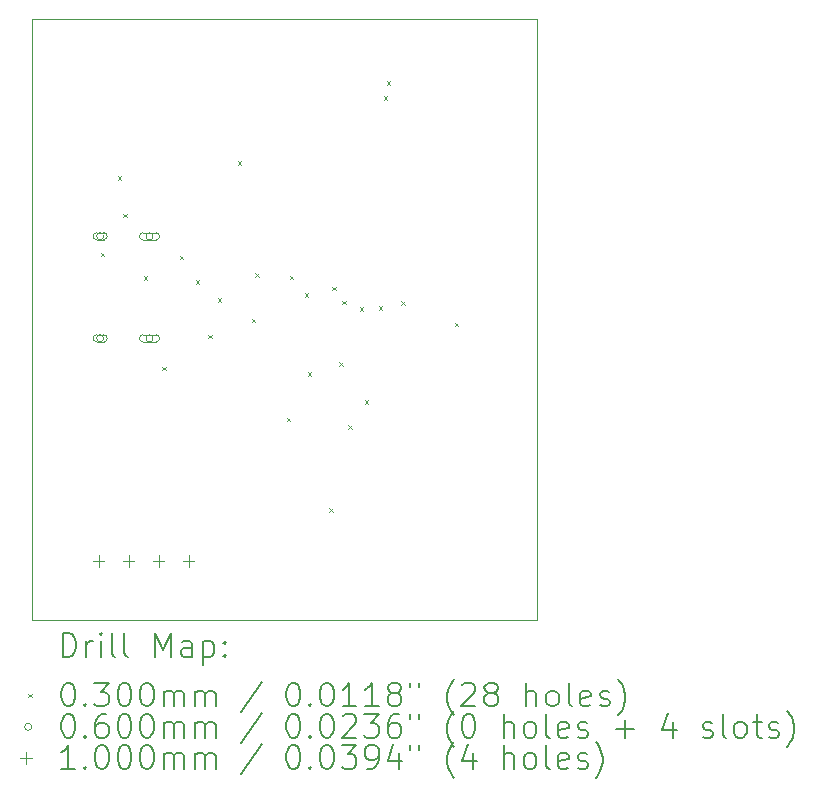
<source format=gbr>
%TF.GenerationSoftware,KiCad,Pcbnew,8.0.6*%
%TF.CreationDate,2025-05-13T17:33:18-04:00*%
%TF.ProjectId,USB-Voltage-Tester,5553422d-566f-46c7-9461-67652d546573,rev?*%
%TF.SameCoordinates,Original*%
%TF.FileFunction,Drillmap*%
%TF.FilePolarity,Positive*%
%FSLAX45Y45*%
G04 Gerber Fmt 4.5, Leading zero omitted, Abs format (unit mm)*
G04 Created by KiCad (PCBNEW 8.0.6) date 2025-05-13 17:33:18*
%MOMM*%
%LPD*%
G01*
G04 APERTURE LIST*
%ADD10C,0.050000*%
%ADD11C,0.200000*%
%ADD12C,0.100000*%
G04 APERTURE END LIST*
D10*
X2189480Y-2651760D02*
X6464300Y-2651760D01*
X6464300Y-7734300D01*
X2189480Y-7734300D01*
X2189480Y-2651760D01*
D11*
D12*
X2768840Y-4625580D02*
X2798840Y-4655580D01*
X2798840Y-4625580D02*
X2768840Y-4655580D01*
X2916160Y-3977880D02*
X2946160Y-4007880D01*
X2946160Y-3977880D02*
X2916160Y-4007880D01*
X2961880Y-4297920D02*
X2991880Y-4327920D01*
X2991880Y-4297920D02*
X2961880Y-4327920D01*
X3134600Y-4826240D02*
X3164600Y-4856240D01*
X3164600Y-4826240D02*
X3134600Y-4856240D01*
X3292080Y-5590780D02*
X3322080Y-5620780D01*
X3322080Y-5590780D02*
X3292080Y-5620780D01*
X3439400Y-4653520D02*
X3469400Y-4683520D01*
X3469400Y-4653520D02*
X3439400Y-4683520D01*
X3574020Y-4861800D02*
X3604020Y-4891800D01*
X3604020Y-4861800D02*
X3574020Y-4891800D01*
X3680700Y-5321540D02*
X3710700Y-5351540D01*
X3710700Y-5321540D02*
X3680700Y-5351540D01*
X3759440Y-5014200D02*
X3789440Y-5044200D01*
X3789440Y-5014200D02*
X3759440Y-5044200D01*
X3932160Y-3853420D02*
X3962160Y-3883420D01*
X3962160Y-3853420D02*
X3932160Y-3883420D01*
X4049000Y-5184380D02*
X4079000Y-5214380D01*
X4079000Y-5184380D02*
X4049000Y-5214380D01*
X4079480Y-4800840D02*
X4109480Y-4830840D01*
X4109480Y-4800840D02*
X4079480Y-4830840D01*
X4343640Y-6022580D02*
X4373640Y-6052580D01*
X4373640Y-6022580D02*
X4343640Y-6052580D01*
X4369040Y-4820290D02*
X4399040Y-4850290D01*
X4399040Y-4820290D02*
X4369040Y-4850290D01*
X4496040Y-4968480D02*
X4526040Y-4998480D01*
X4526040Y-4968480D02*
X4496040Y-4998480D01*
X4523980Y-5639040D02*
X4553980Y-5669040D01*
X4553980Y-5639040D02*
X4523980Y-5669040D01*
X4706860Y-6789660D02*
X4736860Y-6819660D01*
X4736860Y-6789660D02*
X4706860Y-6819660D01*
X4729227Y-4913094D02*
X4759227Y-4943094D01*
X4759227Y-4913094D02*
X4729227Y-4943094D01*
X4790680Y-5555220D02*
X4820680Y-5585220D01*
X4820680Y-5555220D02*
X4790680Y-5585220D01*
X4816080Y-5031980D02*
X4846080Y-5061980D01*
X4846080Y-5031980D02*
X4816080Y-5061980D01*
X4866880Y-6086080D02*
X4896880Y-6116080D01*
X4896880Y-6086080D02*
X4866880Y-6116080D01*
X4963323Y-5087937D02*
X4993323Y-5117937D01*
X4993323Y-5087937D02*
X4963323Y-5117937D01*
X5006580Y-5877800D02*
X5036580Y-5907800D01*
X5036580Y-5877800D02*
X5006580Y-5907800D01*
X5123106Y-5078014D02*
X5153106Y-5108014D01*
X5153106Y-5078014D02*
X5123106Y-5108014D01*
X5166600Y-3299700D02*
X5196600Y-3329700D01*
X5196600Y-3299700D02*
X5166600Y-3329700D01*
X5192000Y-3175240D02*
X5222000Y-3205240D01*
X5222000Y-3175240D02*
X5192000Y-3205240D01*
X5313920Y-5037060D02*
X5343920Y-5067060D01*
X5343920Y-5037060D02*
X5313920Y-5067060D01*
X5768580Y-5219940D02*
X5798580Y-5249940D01*
X5798580Y-5219940D02*
X5768580Y-5249940D01*
X2795840Y-4486780D02*
G75*
G02*
X2735840Y-4486780I-30000J0D01*
G01*
X2735840Y-4486780D02*
G75*
G02*
X2795840Y-4486780I30000J0D01*
G01*
X2795840Y-4456780D02*
X2735840Y-4456780D01*
X2735840Y-4516780D02*
G75*
G02*
X2735840Y-4456780I0J30000D01*
G01*
X2735840Y-4516780D02*
X2795840Y-4516780D01*
X2795840Y-4516780D02*
G75*
G03*
X2795840Y-4456780I0J30000D01*
G01*
X2795840Y-5350780D02*
G75*
G02*
X2735840Y-5350780I-30000J0D01*
G01*
X2735840Y-5350780D02*
G75*
G02*
X2795840Y-5350780I30000J0D01*
G01*
X2795840Y-5320780D02*
X2735840Y-5320780D01*
X2735840Y-5380780D02*
G75*
G02*
X2735840Y-5320780I0J30000D01*
G01*
X2735840Y-5380780D02*
X2795840Y-5380780D01*
X2795840Y-5380780D02*
G75*
G03*
X2795840Y-5320780I0J30000D01*
G01*
X3213840Y-4486780D02*
G75*
G02*
X3153840Y-4486780I-30000J0D01*
G01*
X3153840Y-4486780D02*
G75*
G02*
X3213840Y-4486780I30000J0D01*
G01*
X3238840Y-4456780D02*
X3128840Y-4456780D01*
X3128840Y-4516780D02*
G75*
G02*
X3128840Y-4456780I0J30000D01*
G01*
X3128840Y-4516780D02*
X3238840Y-4516780D01*
X3238840Y-4516780D02*
G75*
G03*
X3238840Y-4456780I0J30000D01*
G01*
X3213840Y-5350780D02*
G75*
G02*
X3153840Y-5350780I-30000J0D01*
G01*
X3153840Y-5350780D02*
G75*
G02*
X3213840Y-5350780I30000J0D01*
G01*
X3238840Y-5320780D02*
X3128840Y-5320780D01*
X3128840Y-5380780D02*
G75*
G02*
X3128840Y-5320780I0J30000D01*
G01*
X3128840Y-5380780D02*
X3238840Y-5380780D01*
X3238840Y-5380780D02*
G75*
G03*
X3238840Y-5320780I0J30000D01*
G01*
X2751820Y-7183920D02*
X2751820Y-7283920D01*
X2701820Y-7233920D02*
X2801820Y-7233920D01*
X3005820Y-7183920D02*
X3005820Y-7283920D01*
X2955820Y-7233920D02*
X3055820Y-7233920D01*
X3259820Y-7183920D02*
X3259820Y-7283920D01*
X3209820Y-7233920D02*
X3309820Y-7233920D01*
X3513820Y-7183920D02*
X3513820Y-7283920D01*
X3463820Y-7233920D02*
X3563820Y-7233920D01*
D11*
X2447757Y-8048284D02*
X2447757Y-7848284D01*
X2447757Y-7848284D02*
X2495376Y-7848284D01*
X2495376Y-7848284D02*
X2523947Y-7857808D01*
X2523947Y-7857808D02*
X2542995Y-7876855D01*
X2542995Y-7876855D02*
X2552519Y-7895903D01*
X2552519Y-7895903D02*
X2562043Y-7933998D01*
X2562043Y-7933998D02*
X2562043Y-7962569D01*
X2562043Y-7962569D02*
X2552519Y-8000665D01*
X2552519Y-8000665D02*
X2542995Y-8019712D01*
X2542995Y-8019712D02*
X2523947Y-8038760D01*
X2523947Y-8038760D02*
X2495376Y-8048284D01*
X2495376Y-8048284D02*
X2447757Y-8048284D01*
X2647757Y-8048284D02*
X2647757Y-7914950D01*
X2647757Y-7953046D02*
X2657281Y-7933998D01*
X2657281Y-7933998D02*
X2666804Y-7924474D01*
X2666804Y-7924474D02*
X2685852Y-7914950D01*
X2685852Y-7914950D02*
X2704900Y-7914950D01*
X2771566Y-8048284D02*
X2771566Y-7914950D01*
X2771566Y-7848284D02*
X2762043Y-7857808D01*
X2762043Y-7857808D02*
X2771566Y-7867331D01*
X2771566Y-7867331D02*
X2781090Y-7857808D01*
X2781090Y-7857808D02*
X2771566Y-7848284D01*
X2771566Y-7848284D02*
X2771566Y-7867331D01*
X2895376Y-8048284D02*
X2876328Y-8038760D01*
X2876328Y-8038760D02*
X2866804Y-8019712D01*
X2866804Y-8019712D02*
X2866804Y-7848284D01*
X3000138Y-8048284D02*
X2981090Y-8038760D01*
X2981090Y-8038760D02*
X2971566Y-8019712D01*
X2971566Y-8019712D02*
X2971566Y-7848284D01*
X3228709Y-8048284D02*
X3228709Y-7848284D01*
X3228709Y-7848284D02*
X3295376Y-7991141D01*
X3295376Y-7991141D02*
X3362042Y-7848284D01*
X3362042Y-7848284D02*
X3362042Y-8048284D01*
X3542995Y-8048284D02*
X3542995Y-7943522D01*
X3542995Y-7943522D02*
X3533471Y-7924474D01*
X3533471Y-7924474D02*
X3514423Y-7914950D01*
X3514423Y-7914950D02*
X3476328Y-7914950D01*
X3476328Y-7914950D02*
X3457281Y-7924474D01*
X3542995Y-8038760D02*
X3523947Y-8048284D01*
X3523947Y-8048284D02*
X3476328Y-8048284D01*
X3476328Y-8048284D02*
X3457281Y-8038760D01*
X3457281Y-8038760D02*
X3447757Y-8019712D01*
X3447757Y-8019712D02*
X3447757Y-8000665D01*
X3447757Y-8000665D02*
X3457281Y-7981617D01*
X3457281Y-7981617D02*
X3476328Y-7972093D01*
X3476328Y-7972093D02*
X3523947Y-7972093D01*
X3523947Y-7972093D02*
X3542995Y-7962569D01*
X3638233Y-7914950D02*
X3638233Y-8114950D01*
X3638233Y-7924474D02*
X3657281Y-7914950D01*
X3657281Y-7914950D02*
X3695376Y-7914950D01*
X3695376Y-7914950D02*
X3714423Y-7924474D01*
X3714423Y-7924474D02*
X3723947Y-7933998D01*
X3723947Y-7933998D02*
X3733471Y-7953046D01*
X3733471Y-7953046D02*
X3733471Y-8010188D01*
X3733471Y-8010188D02*
X3723947Y-8029236D01*
X3723947Y-8029236D02*
X3714423Y-8038760D01*
X3714423Y-8038760D02*
X3695376Y-8048284D01*
X3695376Y-8048284D02*
X3657281Y-8048284D01*
X3657281Y-8048284D02*
X3638233Y-8038760D01*
X3819185Y-8029236D02*
X3828709Y-8038760D01*
X3828709Y-8038760D02*
X3819185Y-8048284D01*
X3819185Y-8048284D02*
X3809662Y-8038760D01*
X3809662Y-8038760D02*
X3819185Y-8029236D01*
X3819185Y-8029236D02*
X3819185Y-8048284D01*
X3819185Y-7924474D02*
X3828709Y-7933998D01*
X3828709Y-7933998D02*
X3819185Y-7943522D01*
X3819185Y-7943522D02*
X3809662Y-7933998D01*
X3809662Y-7933998D02*
X3819185Y-7924474D01*
X3819185Y-7924474D02*
X3819185Y-7943522D01*
D12*
X2156980Y-8361800D02*
X2186980Y-8391800D01*
X2186980Y-8361800D02*
X2156980Y-8391800D01*
D11*
X2485852Y-8268284D02*
X2504900Y-8268284D01*
X2504900Y-8268284D02*
X2523947Y-8277808D01*
X2523947Y-8277808D02*
X2533471Y-8287331D01*
X2533471Y-8287331D02*
X2542995Y-8306379D01*
X2542995Y-8306379D02*
X2552519Y-8344474D01*
X2552519Y-8344474D02*
X2552519Y-8392093D01*
X2552519Y-8392093D02*
X2542995Y-8430189D01*
X2542995Y-8430189D02*
X2533471Y-8449236D01*
X2533471Y-8449236D02*
X2523947Y-8458760D01*
X2523947Y-8458760D02*
X2504900Y-8468284D01*
X2504900Y-8468284D02*
X2485852Y-8468284D01*
X2485852Y-8468284D02*
X2466804Y-8458760D01*
X2466804Y-8458760D02*
X2457281Y-8449236D01*
X2457281Y-8449236D02*
X2447757Y-8430189D01*
X2447757Y-8430189D02*
X2438233Y-8392093D01*
X2438233Y-8392093D02*
X2438233Y-8344474D01*
X2438233Y-8344474D02*
X2447757Y-8306379D01*
X2447757Y-8306379D02*
X2457281Y-8287331D01*
X2457281Y-8287331D02*
X2466804Y-8277808D01*
X2466804Y-8277808D02*
X2485852Y-8268284D01*
X2638233Y-8449236D02*
X2647757Y-8458760D01*
X2647757Y-8458760D02*
X2638233Y-8468284D01*
X2638233Y-8468284D02*
X2628709Y-8458760D01*
X2628709Y-8458760D02*
X2638233Y-8449236D01*
X2638233Y-8449236D02*
X2638233Y-8468284D01*
X2714424Y-8268284D02*
X2838233Y-8268284D01*
X2838233Y-8268284D02*
X2771566Y-8344474D01*
X2771566Y-8344474D02*
X2800138Y-8344474D01*
X2800138Y-8344474D02*
X2819185Y-8353998D01*
X2819185Y-8353998D02*
X2828709Y-8363522D01*
X2828709Y-8363522D02*
X2838233Y-8382569D01*
X2838233Y-8382569D02*
X2838233Y-8430189D01*
X2838233Y-8430189D02*
X2828709Y-8449236D01*
X2828709Y-8449236D02*
X2819185Y-8458760D01*
X2819185Y-8458760D02*
X2800138Y-8468284D01*
X2800138Y-8468284D02*
X2742995Y-8468284D01*
X2742995Y-8468284D02*
X2723947Y-8458760D01*
X2723947Y-8458760D02*
X2714424Y-8449236D01*
X2962042Y-8268284D02*
X2981090Y-8268284D01*
X2981090Y-8268284D02*
X3000138Y-8277808D01*
X3000138Y-8277808D02*
X3009662Y-8287331D01*
X3009662Y-8287331D02*
X3019185Y-8306379D01*
X3019185Y-8306379D02*
X3028709Y-8344474D01*
X3028709Y-8344474D02*
X3028709Y-8392093D01*
X3028709Y-8392093D02*
X3019185Y-8430189D01*
X3019185Y-8430189D02*
X3009662Y-8449236D01*
X3009662Y-8449236D02*
X3000138Y-8458760D01*
X3000138Y-8458760D02*
X2981090Y-8468284D01*
X2981090Y-8468284D02*
X2962042Y-8468284D01*
X2962042Y-8468284D02*
X2942995Y-8458760D01*
X2942995Y-8458760D02*
X2933471Y-8449236D01*
X2933471Y-8449236D02*
X2923947Y-8430189D01*
X2923947Y-8430189D02*
X2914423Y-8392093D01*
X2914423Y-8392093D02*
X2914423Y-8344474D01*
X2914423Y-8344474D02*
X2923947Y-8306379D01*
X2923947Y-8306379D02*
X2933471Y-8287331D01*
X2933471Y-8287331D02*
X2942995Y-8277808D01*
X2942995Y-8277808D02*
X2962042Y-8268284D01*
X3152519Y-8268284D02*
X3171566Y-8268284D01*
X3171566Y-8268284D02*
X3190614Y-8277808D01*
X3190614Y-8277808D02*
X3200138Y-8287331D01*
X3200138Y-8287331D02*
X3209662Y-8306379D01*
X3209662Y-8306379D02*
X3219185Y-8344474D01*
X3219185Y-8344474D02*
X3219185Y-8392093D01*
X3219185Y-8392093D02*
X3209662Y-8430189D01*
X3209662Y-8430189D02*
X3200138Y-8449236D01*
X3200138Y-8449236D02*
X3190614Y-8458760D01*
X3190614Y-8458760D02*
X3171566Y-8468284D01*
X3171566Y-8468284D02*
X3152519Y-8468284D01*
X3152519Y-8468284D02*
X3133471Y-8458760D01*
X3133471Y-8458760D02*
X3123947Y-8449236D01*
X3123947Y-8449236D02*
X3114423Y-8430189D01*
X3114423Y-8430189D02*
X3104900Y-8392093D01*
X3104900Y-8392093D02*
X3104900Y-8344474D01*
X3104900Y-8344474D02*
X3114423Y-8306379D01*
X3114423Y-8306379D02*
X3123947Y-8287331D01*
X3123947Y-8287331D02*
X3133471Y-8277808D01*
X3133471Y-8277808D02*
X3152519Y-8268284D01*
X3304900Y-8468284D02*
X3304900Y-8334950D01*
X3304900Y-8353998D02*
X3314423Y-8344474D01*
X3314423Y-8344474D02*
X3333471Y-8334950D01*
X3333471Y-8334950D02*
X3362043Y-8334950D01*
X3362043Y-8334950D02*
X3381090Y-8344474D01*
X3381090Y-8344474D02*
X3390614Y-8363522D01*
X3390614Y-8363522D02*
X3390614Y-8468284D01*
X3390614Y-8363522D02*
X3400138Y-8344474D01*
X3400138Y-8344474D02*
X3419185Y-8334950D01*
X3419185Y-8334950D02*
X3447757Y-8334950D01*
X3447757Y-8334950D02*
X3466804Y-8344474D01*
X3466804Y-8344474D02*
X3476328Y-8363522D01*
X3476328Y-8363522D02*
X3476328Y-8468284D01*
X3571566Y-8468284D02*
X3571566Y-8334950D01*
X3571566Y-8353998D02*
X3581090Y-8344474D01*
X3581090Y-8344474D02*
X3600138Y-8334950D01*
X3600138Y-8334950D02*
X3628709Y-8334950D01*
X3628709Y-8334950D02*
X3647757Y-8344474D01*
X3647757Y-8344474D02*
X3657281Y-8363522D01*
X3657281Y-8363522D02*
X3657281Y-8468284D01*
X3657281Y-8363522D02*
X3666804Y-8344474D01*
X3666804Y-8344474D02*
X3685852Y-8334950D01*
X3685852Y-8334950D02*
X3714423Y-8334950D01*
X3714423Y-8334950D02*
X3733471Y-8344474D01*
X3733471Y-8344474D02*
X3742995Y-8363522D01*
X3742995Y-8363522D02*
X3742995Y-8468284D01*
X4133471Y-8258760D02*
X3962043Y-8515903D01*
X4390614Y-8268284D02*
X4409662Y-8268284D01*
X4409662Y-8268284D02*
X4428709Y-8277808D01*
X4428709Y-8277808D02*
X4438233Y-8287331D01*
X4438233Y-8287331D02*
X4447757Y-8306379D01*
X4447757Y-8306379D02*
X4457281Y-8344474D01*
X4457281Y-8344474D02*
X4457281Y-8392093D01*
X4457281Y-8392093D02*
X4447757Y-8430189D01*
X4447757Y-8430189D02*
X4438233Y-8449236D01*
X4438233Y-8449236D02*
X4428709Y-8458760D01*
X4428709Y-8458760D02*
X4409662Y-8468284D01*
X4409662Y-8468284D02*
X4390614Y-8468284D01*
X4390614Y-8468284D02*
X4371567Y-8458760D01*
X4371567Y-8458760D02*
X4362043Y-8449236D01*
X4362043Y-8449236D02*
X4352519Y-8430189D01*
X4352519Y-8430189D02*
X4342995Y-8392093D01*
X4342995Y-8392093D02*
X4342995Y-8344474D01*
X4342995Y-8344474D02*
X4352519Y-8306379D01*
X4352519Y-8306379D02*
X4362043Y-8287331D01*
X4362043Y-8287331D02*
X4371567Y-8277808D01*
X4371567Y-8277808D02*
X4390614Y-8268284D01*
X4542995Y-8449236D02*
X4552519Y-8458760D01*
X4552519Y-8458760D02*
X4542995Y-8468284D01*
X4542995Y-8468284D02*
X4533471Y-8458760D01*
X4533471Y-8458760D02*
X4542995Y-8449236D01*
X4542995Y-8449236D02*
X4542995Y-8468284D01*
X4676328Y-8268284D02*
X4695376Y-8268284D01*
X4695376Y-8268284D02*
X4714424Y-8277808D01*
X4714424Y-8277808D02*
X4723948Y-8287331D01*
X4723948Y-8287331D02*
X4733471Y-8306379D01*
X4733471Y-8306379D02*
X4742995Y-8344474D01*
X4742995Y-8344474D02*
X4742995Y-8392093D01*
X4742995Y-8392093D02*
X4733471Y-8430189D01*
X4733471Y-8430189D02*
X4723948Y-8449236D01*
X4723948Y-8449236D02*
X4714424Y-8458760D01*
X4714424Y-8458760D02*
X4695376Y-8468284D01*
X4695376Y-8468284D02*
X4676328Y-8468284D01*
X4676328Y-8468284D02*
X4657281Y-8458760D01*
X4657281Y-8458760D02*
X4647757Y-8449236D01*
X4647757Y-8449236D02*
X4638233Y-8430189D01*
X4638233Y-8430189D02*
X4628709Y-8392093D01*
X4628709Y-8392093D02*
X4628709Y-8344474D01*
X4628709Y-8344474D02*
X4638233Y-8306379D01*
X4638233Y-8306379D02*
X4647757Y-8287331D01*
X4647757Y-8287331D02*
X4657281Y-8277808D01*
X4657281Y-8277808D02*
X4676328Y-8268284D01*
X4933471Y-8468284D02*
X4819186Y-8468284D01*
X4876328Y-8468284D02*
X4876328Y-8268284D01*
X4876328Y-8268284D02*
X4857281Y-8296855D01*
X4857281Y-8296855D02*
X4838233Y-8315903D01*
X4838233Y-8315903D02*
X4819186Y-8325427D01*
X5123948Y-8468284D02*
X5009662Y-8468284D01*
X5066805Y-8468284D02*
X5066805Y-8268284D01*
X5066805Y-8268284D02*
X5047757Y-8296855D01*
X5047757Y-8296855D02*
X5028709Y-8315903D01*
X5028709Y-8315903D02*
X5009662Y-8325427D01*
X5238233Y-8353998D02*
X5219186Y-8344474D01*
X5219186Y-8344474D02*
X5209662Y-8334950D01*
X5209662Y-8334950D02*
X5200138Y-8315903D01*
X5200138Y-8315903D02*
X5200138Y-8306379D01*
X5200138Y-8306379D02*
X5209662Y-8287331D01*
X5209662Y-8287331D02*
X5219186Y-8277808D01*
X5219186Y-8277808D02*
X5238233Y-8268284D01*
X5238233Y-8268284D02*
X5276329Y-8268284D01*
X5276329Y-8268284D02*
X5295376Y-8277808D01*
X5295376Y-8277808D02*
X5304900Y-8287331D01*
X5304900Y-8287331D02*
X5314424Y-8306379D01*
X5314424Y-8306379D02*
X5314424Y-8315903D01*
X5314424Y-8315903D02*
X5304900Y-8334950D01*
X5304900Y-8334950D02*
X5295376Y-8344474D01*
X5295376Y-8344474D02*
X5276329Y-8353998D01*
X5276329Y-8353998D02*
X5238233Y-8353998D01*
X5238233Y-8353998D02*
X5219186Y-8363522D01*
X5219186Y-8363522D02*
X5209662Y-8373046D01*
X5209662Y-8373046D02*
X5200138Y-8392093D01*
X5200138Y-8392093D02*
X5200138Y-8430189D01*
X5200138Y-8430189D02*
X5209662Y-8449236D01*
X5209662Y-8449236D02*
X5219186Y-8458760D01*
X5219186Y-8458760D02*
X5238233Y-8468284D01*
X5238233Y-8468284D02*
X5276329Y-8468284D01*
X5276329Y-8468284D02*
X5295376Y-8458760D01*
X5295376Y-8458760D02*
X5304900Y-8449236D01*
X5304900Y-8449236D02*
X5314424Y-8430189D01*
X5314424Y-8430189D02*
X5314424Y-8392093D01*
X5314424Y-8392093D02*
X5304900Y-8373046D01*
X5304900Y-8373046D02*
X5295376Y-8363522D01*
X5295376Y-8363522D02*
X5276329Y-8353998D01*
X5390614Y-8268284D02*
X5390614Y-8306379D01*
X5466805Y-8268284D02*
X5466805Y-8306379D01*
X5762043Y-8544474D02*
X5752519Y-8534950D01*
X5752519Y-8534950D02*
X5733471Y-8506379D01*
X5733471Y-8506379D02*
X5723948Y-8487331D01*
X5723948Y-8487331D02*
X5714424Y-8458760D01*
X5714424Y-8458760D02*
X5704900Y-8411141D01*
X5704900Y-8411141D02*
X5704900Y-8373046D01*
X5704900Y-8373046D02*
X5714424Y-8325427D01*
X5714424Y-8325427D02*
X5723948Y-8296855D01*
X5723948Y-8296855D02*
X5733471Y-8277808D01*
X5733471Y-8277808D02*
X5752519Y-8249236D01*
X5752519Y-8249236D02*
X5762043Y-8239712D01*
X5828709Y-8287331D02*
X5838233Y-8277808D01*
X5838233Y-8277808D02*
X5857281Y-8268284D01*
X5857281Y-8268284D02*
X5904900Y-8268284D01*
X5904900Y-8268284D02*
X5923948Y-8277808D01*
X5923948Y-8277808D02*
X5933471Y-8287331D01*
X5933471Y-8287331D02*
X5942995Y-8306379D01*
X5942995Y-8306379D02*
X5942995Y-8325427D01*
X5942995Y-8325427D02*
X5933471Y-8353998D01*
X5933471Y-8353998D02*
X5819186Y-8468284D01*
X5819186Y-8468284D02*
X5942995Y-8468284D01*
X6057281Y-8353998D02*
X6038233Y-8344474D01*
X6038233Y-8344474D02*
X6028709Y-8334950D01*
X6028709Y-8334950D02*
X6019186Y-8315903D01*
X6019186Y-8315903D02*
X6019186Y-8306379D01*
X6019186Y-8306379D02*
X6028709Y-8287331D01*
X6028709Y-8287331D02*
X6038233Y-8277808D01*
X6038233Y-8277808D02*
X6057281Y-8268284D01*
X6057281Y-8268284D02*
X6095376Y-8268284D01*
X6095376Y-8268284D02*
X6114424Y-8277808D01*
X6114424Y-8277808D02*
X6123948Y-8287331D01*
X6123948Y-8287331D02*
X6133471Y-8306379D01*
X6133471Y-8306379D02*
X6133471Y-8315903D01*
X6133471Y-8315903D02*
X6123948Y-8334950D01*
X6123948Y-8334950D02*
X6114424Y-8344474D01*
X6114424Y-8344474D02*
X6095376Y-8353998D01*
X6095376Y-8353998D02*
X6057281Y-8353998D01*
X6057281Y-8353998D02*
X6038233Y-8363522D01*
X6038233Y-8363522D02*
X6028709Y-8373046D01*
X6028709Y-8373046D02*
X6019186Y-8392093D01*
X6019186Y-8392093D02*
X6019186Y-8430189D01*
X6019186Y-8430189D02*
X6028709Y-8449236D01*
X6028709Y-8449236D02*
X6038233Y-8458760D01*
X6038233Y-8458760D02*
X6057281Y-8468284D01*
X6057281Y-8468284D02*
X6095376Y-8468284D01*
X6095376Y-8468284D02*
X6114424Y-8458760D01*
X6114424Y-8458760D02*
X6123948Y-8449236D01*
X6123948Y-8449236D02*
X6133471Y-8430189D01*
X6133471Y-8430189D02*
X6133471Y-8392093D01*
X6133471Y-8392093D02*
X6123948Y-8373046D01*
X6123948Y-8373046D02*
X6114424Y-8363522D01*
X6114424Y-8363522D02*
X6095376Y-8353998D01*
X6371567Y-8468284D02*
X6371567Y-8268284D01*
X6457281Y-8468284D02*
X6457281Y-8363522D01*
X6457281Y-8363522D02*
X6447757Y-8344474D01*
X6447757Y-8344474D02*
X6428710Y-8334950D01*
X6428710Y-8334950D02*
X6400138Y-8334950D01*
X6400138Y-8334950D02*
X6381090Y-8344474D01*
X6381090Y-8344474D02*
X6371567Y-8353998D01*
X6581090Y-8468284D02*
X6562043Y-8458760D01*
X6562043Y-8458760D02*
X6552519Y-8449236D01*
X6552519Y-8449236D02*
X6542995Y-8430189D01*
X6542995Y-8430189D02*
X6542995Y-8373046D01*
X6542995Y-8373046D02*
X6552519Y-8353998D01*
X6552519Y-8353998D02*
X6562043Y-8344474D01*
X6562043Y-8344474D02*
X6581090Y-8334950D01*
X6581090Y-8334950D02*
X6609662Y-8334950D01*
X6609662Y-8334950D02*
X6628710Y-8344474D01*
X6628710Y-8344474D02*
X6638233Y-8353998D01*
X6638233Y-8353998D02*
X6647757Y-8373046D01*
X6647757Y-8373046D02*
X6647757Y-8430189D01*
X6647757Y-8430189D02*
X6638233Y-8449236D01*
X6638233Y-8449236D02*
X6628710Y-8458760D01*
X6628710Y-8458760D02*
X6609662Y-8468284D01*
X6609662Y-8468284D02*
X6581090Y-8468284D01*
X6762043Y-8468284D02*
X6742995Y-8458760D01*
X6742995Y-8458760D02*
X6733471Y-8439712D01*
X6733471Y-8439712D02*
X6733471Y-8268284D01*
X6914424Y-8458760D02*
X6895376Y-8468284D01*
X6895376Y-8468284D02*
X6857281Y-8468284D01*
X6857281Y-8468284D02*
X6838233Y-8458760D01*
X6838233Y-8458760D02*
X6828710Y-8439712D01*
X6828710Y-8439712D02*
X6828710Y-8363522D01*
X6828710Y-8363522D02*
X6838233Y-8344474D01*
X6838233Y-8344474D02*
X6857281Y-8334950D01*
X6857281Y-8334950D02*
X6895376Y-8334950D01*
X6895376Y-8334950D02*
X6914424Y-8344474D01*
X6914424Y-8344474D02*
X6923948Y-8363522D01*
X6923948Y-8363522D02*
X6923948Y-8382569D01*
X6923948Y-8382569D02*
X6828710Y-8401617D01*
X7000138Y-8458760D02*
X7019186Y-8468284D01*
X7019186Y-8468284D02*
X7057281Y-8468284D01*
X7057281Y-8468284D02*
X7076329Y-8458760D01*
X7076329Y-8458760D02*
X7085852Y-8439712D01*
X7085852Y-8439712D02*
X7085852Y-8430189D01*
X7085852Y-8430189D02*
X7076329Y-8411141D01*
X7076329Y-8411141D02*
X7057281Y-8401617D01*
X7057281Y-8401617D02*
X7028710Y-8401617D01*
X7028710Y-8401617D02*
X7009662Y-8392093D01*
X7009662Y-8392093D02*
X7000138Y-8373046D01*
X7000138Y-8373046D02*
X7000138Y-8363522D01*
X7000138Y-8363522D02*
X7009662Y-8344474D01*
X7009662Y-8344474D02*
X7028710Y-8334950D01*
X7028710Y-8334950D02*
X7057281Y-8334950D01*
X7057281Y-8334950D02*
X7076329Y-8344474D01*
X7152519Y-8544474D02*
X7162043Y-8534950D01*
X7162043Y-8534950D02*
X7181091Y-8506379D01*
X7181091Y-8506379D02*
X7190614Y-8487331D01*
X7190614Y-8487331D02*
X7200138Y-8458760D01*
X7200138Y-8458760D02*
X7209662Y-8411141D01*
X7209662Y-8411141D02*
X7209662Y-8373046D01*
X7209662Y-8373046D02*
X7200138Y-8325427D01*
X7200138Y-8325427D02*
X7190614Y-8296855D01*
X7190614Y-8296855D02*
X7181091Y-8277808D01*
X7181091Y-8277808D02*
X7162043Y-8249236D01*
X7162043Y-8249236D02*
X7152519Y-8239712D01*
D12*
X2186980Y-8640800D02*
G75*
G02*
X2126980Y-8640800I-30000J0D01*
G01*
X2126980Y-8640800D02*
G75*
G02*
X2186980Y-8640800I30000J0D01*
G01*
D11*
X2485852Y-8532284D02*
X2504900Y-8532284D01*
X2504900Y-8532284D02*
X2523947Y-8541808D01*
X2523947Y-8541808D02*
X2533471Y-8551331D01*
X2533471Y-8551331D02*
X2542995Y-8570379D01*
X2542995Y-8570379D02*
X2552519Y-8608474D01*
X2552519Y-8608474D02*
X2552519Y-8656093D01*
X2552519Y-8656093D02*
X2542995Y-8694189D01*
X2542995Y-8694189D02*
X2533471Y-8713236D01*
X2533471Y-8713236D02*
X2523947Y-8722760D01*
X2523947Y-8722760D02*
X2504900Y-8732284D01*
X2504900Y-8732284D02*
X2485852Y-8732284D01*
X2485852Y-8732284D02*
X2466804Y-8722760D01*
X2466804Y-8722760D02*
X2457281Y-8713236D01*
X2457281Y-8713236D02*
X2447757Y-8694189D01*
X2447757Y-8694189D02*
X2438233Y-8656093D01*
X2438233Y-8656093D02*
X2438233Y-8608474D01*
X2438233Y-8608474D02*
X2447757Y-8570379D01*
X2447757Y-8570379D02*
X2457281Y-8551331D01*
X2457281Y-8551331D02*
X2466804Y-8541808D01*
X2466804Y-8541808D02*
X2485852Y-8532284D01*
X2638233Y-8713236D02*
X2647757Y-8722760D01*
X2647757Y-8722760D02*
X2638233Y-8732284D01*
X2638233Y-8732284D02*
X2628709Y-8722760D01*
X2628709Y-8722760D02*
X2638233Y-8713236D01*
X2638233Y-8713236D02*
X2638233Y-8732284D01*
X2819185Y-8532284D02*
X2781090Y-8532284D01*
X2781090Y-8532284D02*
X2762043Y-8541808D01*
X2762043Y-8541808D02*
X2752519Y-8551331D01*
X2752519Y-8551331D02*
X2733471Y-8579903D01*
X2733471Y-8579903D02*
X2723947Y-8617998D01*
X2723947Y-8617998D02*
X2723947Y-8694189D01*
X2723947Y-8694189D02*
X2733471Y-8713236D01*
X2733471Y-8713236D02*
X2742995Y-8722760D01*
X2742995Y-8722760D02*
X2762043Y-8732284D01*
X2762043Y-8732284D02*
X2800138Y-8732284D01*
X2800138Y-8732284D02*
X2819185Y-8722760D01*
X2819185Y-8722760D02*
X2828709Y-8713236D01*
X2828709Y-8713236D02*
X2838233Y-8694189D01*
X2838233Y-8694189D02*
X2838233Y-8646570D01*
X2838233Y-8646570D02*
X2828709Y-8627522D01*
X2828709Y-8627522D02*
X2819185Y-8617998D01*
X2819185Y-8617998D02*
X2800138Y-8608474D01*
X2800138Y-8608474D02*
X2762043Y-8608474D01*
X2762043Y-8608474D02*
X2742995Y-8617998D01*
X2742995Y-8617998D02*
X2733471Y-8627522D01*
X2733471Y-8627522D02*
X2723947Y-8646570D01*
X2962042Y-8532284D02*
X2981090Y-8532284D01*
X2981090Y-8532284D02*
X3000138Y-8541808D01*
X3000138Y-8541808D02*
X3009662Y-8551331D01*
X3009662Y-8551331D02*
X3019185Y-8570379D01*
X3019185Y-8570379D02*
X3028709Y-8608474D01*
X3028709Y-8608474D02*
X3028709Y-8656093D01*
X3028709Y-8656093D02*
X3019185Y-8694189D01*
X3019185Y-8694189D02*
X3009662Y-8713236D01*
X3009662Y-8713236D02*
X3000138Y-8722760D01*
X3000138Y-8722760D02*
X2981090Y-8732284D01*
X2981090Y-8732284D02*
X2962042Y-8732284D01*
X2962042Y-8732284D02*
X2942995Y-8722760D01*
X2942995Y-8722760D02*
X2933471Y-8713236D01*
X2933471Y-8713236D02*
X2923947Y-8694189D01*
X2923947Y-8694189D02*
X2914423Y-8656093D01*
X2914423Y-8656093D02*
X2914423Y-8608474D01*
X2914423Y-8608474D02*
X2923947Y-8570379D01*
X2923947Y-8570379D02*
X2933471Y-8551331D01*
X2933471Y-8551331D02*
X2942995Y-8541808D01*
X2942995Y-8541808D02*
X2962042Y-8532284D01*
X3152519Y-8532284D02*
X3171566Y-8532284D01*
X3171566Y-8532284D02*
X3190614Y-8541808D01*
X3190614Y-8541808D02*
X3200138Y-8551331D01*
X3200138Y-8551331D02*
X3209662Y-8570379D01*
X3209662Y-8570379D02*
X3219185Y-8608474D01*
X3219185Y-8608474D02*
X3219185Y-8656093D01*
X3219185Y-8656093D02*
X3209662Y-8694189D01*
X3209662Y-8694189D02*
X3200138Y-8713236D01*
X3200138Y-8713236D02*
X3190614Y-8722760D01*
X3190614Y-8722760D02*
X3171566Y-8732284D01*
X3171566Y-8732284D02*
X3152519Y-8732284D01*
X3152519Y-8732284D02*
X3133471Y-8722760D01*
X3133471Y-8722760D02*
X3123947Y-8713236D01*
X3123947Y-8713236D02*
X3114423Y-8694189D01*
X3114423Y-8694189D02*
X3104900Y-8656093D01*
X3104900Y-8656093D02*
X3104900Y-8608474D01*
X3104900Y-8608474D02*
X3114423Y-8570379D01*
X3114423Y-8570379D02*
X3123947Y-8551331D01*
X3123947Y-8551331D02*
X3133471Y-8541808D01*
X3133471Y-8541808D02*
X3152519Y-8532284D01*
X3304900Y-8732284D02*
X3304900Y-8598950D01*
X3304900Y-8617998D02*
X3314423Y-8608474D01*
X3314423Y-8608474D02*
X3333471Y-8598950D01*
X3333471Y-8598950D02*
X3362043Y-8598950D01*
X3362043Y-8598950D02*
X3381090Y-8608474D01*
X3381090Y-8608474D02*
X3390614Y-8627522D01*
X3390614Y-8627522D02*
X3390614Y-8732284D01*
X3390614Y-8627522D02*
X3400138Y-8608474D01*
X3400138Y-8608474D02*
X3419185Y-8598950D01*
X3419185Y-8598950D02*
X3447757Y-8598950D01*
X3447757Y-8598950D02*
X3466804Y-8608474D01*
X3466804Y-8608474D02*
X3476328Y-8627522D01*
X3476328Y-8627522D02*
X3476328Y-8732284D01*
X3571566Y-8732284D02*
X3571566Y-8598950D01*
X3571566Y-8617998D02*
X3581090Y-8608474D01*
X3581090Y-8608474D02*
X3600138Y-8598950D01*
X3600138Y-8598950D02*
X3628709Y-8598950D01*
X3628709Y-8598950D02*
X3647757Y-8608474D01*
X3647757Y-8608474D02*
X3657281Y-8627522D01*
X3657281Y-8627522D02*
X3657281Y-8732284D01*
X3657281Y-8627522D02*
X3666804Y-8608474D01*
X3666804Y-8608474D02*
X3685852Y-8598950D01*
X3685852Y-8598950D02*
X3714423Y-8598950D01*
X3714423Y-8598950D02*
X3733471Y-8608474D01*
X3733471Y-8608474D02*
X3742995Y-8627522D01*
X3742995Y-8627522D02*
X3742995Y-8732284D01*
X4133471Y-8522760D02*
X3962043Y-8779903D01*
X4390614Y-8532284D02*
X4409662Y-8532284D01*
X4409662Y-8532284D02*
X4428709Y-8541808D01*
X4428709Y-8541808D02*
X4438233Y-8551331D01*
X4438233Y-8551331D02*
X4447757Y-8570379D01*
X4447757Y-8570379D02*
X4457281Y-8608474D01*
X4457281Y-8608474D02*
X4457281Y-8656093D01*
X4457281Y-8656093D02*
X4447757Y-8694189D01*
X4447757Y-8694189D02*
X4438233Y-8713236D01*
X4438233Y-8713236D02*
X4428709Y-8722760D01*
X4428709Y-8722760D02*
X4409662Y-8732284D01*
X4409662Y-8732284D02*
X4390614Y-8732284D01*
X4390614Y-8732284D02*
X4371567Y-8722760D01*
X4371567Y-8722760D02*
X4362043Y-8713236D01*
X4362043Y-8713236D02*
X4352519Y-8694189D01*
X4352519Y-8694189D02*
X4342995Y-8656093D01*
X4342995Y-8656093D02*
X4342995Y-8608474D01*
X4342995Y-8608474D02*
X4352519Y-8570379D01*
X4352519Y-8570379D02*
X4362043Y-8551331D01*
X4362043Y-8551331D02*
X4371567Y-8541808D01*
X4371567Y-8541808D02*
X4390614Y-8532284D01*
X4542995Y-8713236D02*
X4552519Y-8722760D01*
X4552519Y-8722760D02*
X4542995Y-8732284D01*
X4542995Y-8732284D02*
X4533471Y-8722760D01*
X4533471Y-8722760D02*
X4542995Y-8713236D01*
X4542995Y-8713236D02*
X4542995Y-8732284D01*
X4676328Y-8532284D02*
X4695376Y-8532284D01*
X4695376Y-8532284D02*
X4714424Y-8541808D01*
X4714424Y-8541808D02*
X4723948Y-8551331D01*
X4723948Y-8551331D02*
X4733471Y-8570379D01*
X4733471Y-8570379D02*
X4742995Y-8608474D01*
X4742995Y-8608474D02*
X4742995Y-8656093D01*
X4742995Y-8656093D02*
X4733471Y-8694189D01*
X4733471Y-8694189D02*
X4723948Y-8713236D01*
X4723948Y-8713236D02*
X4714424Y-8722760D01*
X4714424Y-8722760D02*
X4695376Y-8732284D01*
X4695376Y-8732284D02*
X4676328Y-8732284D01*
X4676328Y-8732284D02*
X4657281Y-8722760D01*
X4657281Y-8722760D02*
X4647757Y-8713236D01*
X4647757Y-8713236D02*
X4638233Y-8694189D01*
X4638233Y-8694189D02*
X4628709Y-8656093D01*
X4628709Y-8656093D02*
X4628709Y-8608474D01*
X4628709Y-8608474D02*
X4638233Y-8570379D01*
X4638233Y-8570379D02*
X4647757Y-8551331D01*
X4647757Y-8551331D02*
X4657281Y-8541808D01*
X4657281Y-8541808D02*
X4676328Y-8532284D01*
X4819186Y-8551331D02*
X4828709Y-8541808D01*
X4828709Y-8541808D02*
X4847757Y-8532284D01*
X4847757Y-8532284D02*
X4895376Y-8532284D01*
X4895376Y-8532284D02*
X4914424Y-8541808D01*
X4914424Y-8541808D02*
X4923948Y-8551331D01*
X4923948Y-8551331D02*
X4933471Y-8570379D01*
X4933471Y-8570379D02*
X4933471Y-8589427D01*
X4933471Y-8589427D02*
X4923948Y-8617998D01*
X4923948Y-8617998D02*
X4809662Y-8732284D01*
X4809662Y-8732284D02*
X4933471Y-8732284D01*
X5000138Y-8532284D02*
X5123948Y-8532284D01*
X5123948Y-8532284D02*
X5057281Y-8608474D01*
X5057281Y-8608474D02*
X5085852Y-8608474D01*
X5085852Y-8608474D02*
X5104900Y-8617998D01*
X5104900Y-8617998D02*
X5114424Y-8627522D01*
X5114424Y-8627522D02*
X5123948Y-8646570D01*
X5123948Y-8646570D02*
X5123948Y-8694189D01*
X5123948Y-8694189D02*
X5114424Y-8713236D01*
X5114424Y-8713236D02*
X5104900Y-8722760D01*
X5104900Y-8722760D02*
X5085852Y-8732284D01*
X5085852Y-8732284D02*
X5028709Y-8732284D01*
X5028709Y-8732284D02*
X5009662Y-8722760D01*
X5009662Y-8722760D02*
X5000138Y-8713236D01*
X5295376Y-8532284D02*
X5257281Y-8532284D01*
X5257281Y-8532284D02*
X5238233Y-8541808D01*
X5238233Y-8541808D02*
X5228709Y-8551331D01*
X5228709Y-8551331D02*
X5209662Y-8579903D01*
X5209662Y-8579903D02*
X5200138Y-8617998D01*
X5200138Y-8617998D02*
X5200138Y-8694189D01*
X5200138Y-8694189D02*
X5209662Y-8713236D01*
X5209662Y-8713236D02*
X5219186Y-8722760D01*
X5219186Y-8722760D02*
X5238233Y-8732284D01*
X5238233Y-8732284D02*
X5276329Y-8732284D01*
X5276329Y-8732284D02*
X5295376Y-8722760D01*
X5295376Y-8722760D02*
X5304900Y-8713236D01*
X5304900Y-8713236D02*
X5314424Y-8694189D01*
X5314424Y-8694189D02*
X5314424Y-8646570D01*
X5314424Y-8646570D02*
X5304900Y-8627522D01*
X5304900Y-8627522D02*
X5295376Y-8617998D01*
X5295376Y-8617998D02*
X5276329Y-8608474D01*
X5276329Y-8608474D02*
X5238233Y-8608474D01*
X5238233Y-8608474D02*
X5219186Y-8617998D01*
X5219186Y-8617998D02*
X5209662Y-8627522D01*
X5209662Y-8627522D02*
X5200138Y-8646570D01*
X5390614Y-8532284D02*
X5390614Y-8570379D01*
X5466805Y-8532284D02*
X5466805Y-8570379D01*
X5762043Y-8808474D02*
X5752519Y-8798950D01*
X5752519Y-8798950D02*
X5733471Y-8770379D01*
X5733471Y-8770379D02*
X5723948Y-8751331D01*
X5723948Y-8751331D02*
X5714424Y-8722760D01*
X5714424Y-8722760D02*
X5704900Y-8675141D01*
X5704900Y-8675141D02*
X5704900Y-8637046D01*
X5704900Y-8637046D02*
X5714424Y-8589427D01*
X5714424Y-8589427D02*
X5723948Y-8560855D01*
X5723948Y-8560855D02*
X5733471Y-8541808D01*
X5733471Y-8541808D02*
X5752519Y-8513236D01*
X5752519Y-8513236D02*
X5762043Y-8503712D01*
X5876328Y-8532284D02*
X5895376Y-8532284D01*
X5895376Y-8532284D02*
X5914424Y-8541808D01*
X5914424Y-8541808D02*
X5923948Y-8551331D01*
X5923948Y-8551331D02*
X5933471Y-8570379D01*
X5933471Y-8570379D02*
X5942995Y-8608474D01*
X5942995Y-8608474D02*
X5942995Y-8656093D01*
X5942995Y-8656093D02*
X5933471Y-8694189D01*
X5933471Y-8694189D02*
X5923948Y-8713236D01*
X5923948Y-8713236D02*
X5914424Y-8722760D01*
X5914424Y-8722760D02*
X5895376Y-8732284D01*
X5895376Y-8732284D02*
X5876328Y-8732284D01*
X5876328Y-8732284D02*
X5857281Y-8722760D01*
X5857281Y-8722760D02*
X5847757Y-8713236D01*
X5847757Y-8713236D02*
X5838233Y-8694189D01*
X5838233Y-8694189D02*
X5828709Y-8656093D01*
X5828709Y-8656093D02*
X5828709Y-8608474D01*
X5828709Y-8608474D02*
X5838233Y-8570379D01*
X5838233Y-8570379D02*
X5847757Y-8551331D01*
X5847757Y-8551331D02*
X5857281Y-8541808D01*
X5857281Y-8541808D02*
X5876328Y-8532284D01*
X6181090Y-8732284D02*
X6181090Y-8532284D01*
X6266805Y-8732284D02*
X6266805Y-8627522D01*
X6266805Y-8627522D02*
X6257281Y-8608474D01*
X6257281Y-8608474D02*
X6238233Y-8598950D01*
X6238233Y-8598950D02*
X6209662Y-8598950D01*
X6209662Y-8598950D02*
X6190614Y-8608474D01*
X6190614Y-8608474D02*
X6181090Y-8617998D01*
X6390614Y-8732284D02*
X6371567Y-8722760D01*
X6371567Y-8722760D02*
X6362043Y-8713236D01*
X6362043Y-8713236D02*
X6352519Y-8694189D01*
X6352519Y-8694189D02*
X6352519Y-8637046D01*
X6352519Y-8637046D02*
X6362043Y-8617998D01*
X6362043Y-8617998D02*
X6371567Y-8608474D01*
X6371567Y-8608474D02*
X6390614Y-8598950D01*
X6390614Y-8598950D02*
X6419186Y-8598950D01*
X6419186Y-8598950D02*
X6438233Y-8608474D01*
X6438233Y-8608474D02*
X6447757Y-8617998D01*
X6447757Y-8617998D02*
X6457281Y-8637046D01*
X6457281Y-8637046D02*
X6457281Y-8694189D01*
X6457281Y-8694189D02*
X6447757Y-8713236D01*
X6447757Y-8713236D02*
X6438233Y-8722760D01*
X6438233Y-8722760D02*
X6419186Y-8732284D01*
X6419186Y-8732284D02*
X6390614Y-8732284D01*
X6571567Y-8732284D02*
X6552519Y-8722760D01*
X6552519Y-8722760D02*
X6542995Y-8703712D01*
X6542995Y-8703712D02*
X6542995Y-8532284D01*
X6723948Y-8722760D02*
X6704900Y-8732284D01*
X6704900Y-8732284D02*
X6666805Y-8732284D01*
X6666805Y-8732284D02*
X6647757Y-8722760D01*
X6647757Y-8722760D02*
X6638233Y-8703712D01*
X6638233Y-8703712D02*
X6638233Y-8627522D01*
X6638233Y-8627522D02*
X6647757Y-8608474D01*
X6647757Y-8608474D02*
X6666805Y-8598950D01*
X6666805Y-8598950D02*
X6704900Y-8598950D01*
X6704900Y-8598950D02*
X6723948Y-8608474D01*
X6723948Y-8608474D02*
X6733471Y-8627522D01*
X6733471Y-8627522D02*
X6733471Y-8646570D01*
X6733471Y-8646570D02*
X6638233Y-8665617D01*
X6809662Y-8722760D02*
X6828710Y-8732284D01*
X6828710Y-8732284D02*
X6866805Y-8732284D01*
X6866805Y-8732284D02*
X6885852Y-8722760D01*
X6885852Y-8722760D02*
X6895376Y-8703712D01*
X6895376Y-8703712D02*
X6895376Y-8694189D01*
X6895376Y-8694189D02*
X6885852Y-8675141D01*
X6885852Y-8675141D02*
X6866805Y-8665617D01*
X6866805Y-8665617D02*
X6838233Y-8665617D01*
X6838233Y-8665617D02*
X6819186Y-8656093D01*
X6819186Y-8656093D02*
X6809662Y-8637046D01*
X6809662Y-8637046D02*
X6809662Y-8627522D01*
X6809662Y-8627522D02*
X6819186Y-8608474D01*
X6819186Y-8608474D02*
X6838233Y-8598950D01*
X6838233Y-8598950D02*
X6866805Y-8598950D01*
X6866805Y-8598950D02*
X6885852Y-8608474D01*
X7133472Y-8656093D02*
X7285853Y-8656093D01*
X7209662Y-8732284D02*
X7209662Y-8579903D01*
X7619186Y-8598950D02*
X7619186Y-8732284D01*
X7571567Y-8522760D02*
X7523948Y-8665617D01*
X7523948Y-8665617D02*
X7647757Y-8665617D01*
X7866805Y-8722760D02*
X7885853Y-8732284D01*
X7885853Y-8732284D02*
X7923948Y-8732284D01*
X7923948Y-8732284D02*
X7942995Y-8722760D01*
X7942995Y-8722760D02*
X7952519Y-8703712D01*
X7952519Y-8703712D02*
X7952519Y-8694189D01*
X7952519Y-8694189D02*
X7942995Y-8675141D01*
X7942995Y-8675141D02*
X7923948Y-8665617D01*
X7923948Y-8665617D02*
X7895376Y-8665617D01*
X7895376Y-8665617D02*
X7876329Y-8656093D01*
X7876329Y-8656093D02*
X7866805Y-8637046D01*
X7866805Y-8637046D02*
X7866805Y-8627522D01*
X7866805Y-8627522D02*
X7876329Y-8608474D01*
X7876329Y-8608474D02*
X7895376Y-8598950D01*
X7895376Y-8598950D02*
X7923948Y-8598950D01*
X7923948Y-8598950D02*
X7942995Y-8608474D01*
X8066805Y-8732284D02*
X8047757Y-8722760D01*
X8047757Y-8722760D02*
X8038234Y-8703712D01*
X8038234Y-8703712D02*
X8038234Y-8532284D01*
X8171567Y-8732284D02*
X8152519Y-8722760D01*
X8152519Y-8722760D02*
X8142995Y-8713236D01*
X8142995Y-8713236D02*
X8133472Y-8694189D01*
X8133472Y-8694189D02*
X8133472Y-8637046D01*
X8133472Y-8637046D02*
X8142995Y-8617998D01*
X8142995Y-8617998D02*
X8152519Y-8608474D01*
X8152519Y-8608474D02*
X8171567Y-8598950D01*
X8171567Y-8598950D02*
X8200138Y-8598950D01*
X8200138Y-8598950D02*
X8219186Y-8608474D01*
X8219186Y-8608474D02*
X8228710Y-8617998D01*
X8228710Y-8617998D02*
X8238234Y-8637046D01*
X8238234Y-8637046D02*
X8238234Y-8694189D01*
X8238234Y-8694189D02*
X8228710Y-8713236D01*
X8228710Y-8713236D02*
X8219186Y-8722760D01*
X8219186Y-8722760D02*
X8200138Y-8732284D01*
X8200138Y-8732284D02*
X8171567Y-8732284D01*
X8295376Y-8598950D02*
X8371567Y-8598950D01*
X8323948Y-8532284D02*
X8323948Y-8703712D01*
X8323948Y-8703712D02*
X8333472Y-8722760D01*
X8333472Y-8722760D02*
X8352519Y-8732284D01*
X8352519Y-8732284D02*
X8371567Y-8732284D01*
X8428710Y-8722760D02*
X8447757Y-8732284D01*
X8447757Y-8732284D02*
X8485853Y-8732284D01*
X8485853Y-8732284D02*
X8504900Y-8722760D01*
X8504900Y-8722760D02*
X8514424Y-8703712D01*
X8514424Y-8703712D02*
X8514424Y-8694189D01*
X8514424Y-8694189D02*
X8504900Y-8675141D01*
X8504900Y-8675141D02*
X8485853Y-8665617D01*
X8485853Y-8665617D02*
X8457281Y-8665617D01*
X8457281Y-8665617D02*
X8438234Y-8656093D01*
X8438234Y-8656093D02*
X8428710Y-8637046D01*
X8428710Y-8637046D02*
X8428710Y-8627522D01*
X8428710Y-8627522D02*
X8438234Y-8608474D01*
X8438234Y-8608474D02*
X8457281Y-8598950D01*
X8457281Y-8598950D02*
X8485853Y-8598950D01*
X8485853Y-8598950D02*
X8504900Y-8608474D01*
X8581091Y-8808474D02*
X8590615Y-8798950D01*
X8590615Y-8798950D02*
X8609662Y-8770379D01*
X8609662Y-8770379D02*
X8619186Y-8751331D01*
X8619186Y-8751331D02*
X8628710Y-8722760D01*
X8628710Y-8722760D02*
X8638234Y-8675141D01*
X8638234Y-8675141D02*
X8638234Y-8637046D01*
X8638234Y-8637046D02*
X8628710Y-8589427D01*
X8628710Y-8589427D02*
X8619186Y-8560855D01*
X8619186Y-8560855D02*
X8609662Y-8541808D01*
X8609662Y-8541808D02*
X8590615Y-8513236D01*
X8590615Y-8513236D02*
X8581091Y-8503712D01*
D12*
X2136980Y-8854800D02*
X2136980Y-8954800D01*
X2086980Y-8904800D02*
X2186980Y-8904800D01*
D11*
X2552519Y-8996284D02*
X2438233Y-8996284D01*
X2495376Y-8996284D02*
X2495376Y-8796284D01*
X2495376Y-8796284D02*
X2476328Y-8824855D01*
X2476328Y-8824855D02*
X2457281Y-8843903D01*
X2457281Y-8843903D02*
X2438233Y-8853427D01*
X2638233Y-8977236D02*
X2647757Y-8986760D01*
X2647757Y-8986760D02*
X2638233Y-8996284D01*
X2638233Y-8996284D02*
X2628709Y-8986760D01*
X2628709Y-8986760D02*
X2638233Y-8977236D01*
X2638233Y-8977236D02*
X2638233Y-8996284D01*
X2771566Y-8796284D02*
X2790614Y-8796284D01*
X2790614Y-8796284D02*
X2809662Y-8805808D01*
X2809662Y-8805808D02*
X2819185Y-8815331D01*
X2819185Y-8815331D02*
X2828709Y-8834379D01*
X2828709Y-8834379D02*
X2838233Y-8872474D01*
X2838233Y-8872474D02*
X2838233Y-8920093D01*
X2838233Y-8920093D02*
X2828709Y-8958189D01*
X2828709Y-8958189D02*
X2819185Y-8977236D01*
X2819185Y-8977236D02*
X2809662Y-8986760D01*
X2809662Y-8986760D02*
X2790614Y-8996284D01*
X2790614Y-8996284D02*
X2771566Y-8996284D01*
X2771566Y-8996284D02*
X2752519Y-8986760D01*
X2752519Y-8986760D02*
X2742995Y-8977236D01*
X2742995Y-8977236D02*
X2733471Y-8958189D01*
X2733471Y-8958189D02*
X2723947Y-8920093D01*
X2723947Y-8920093D02*
X2723947Y-8872474D01*
X2723947Y-8872474D02*
X2733471Y-8834379D01*
X2733471Y-8834379D02*
X2742995Y-8815331D01*
X2742995Y-8815331D02*
X2752519Y-8805808D01*
X2752519Y-8805808D02*
X2771566Y-8796284D01*
X2962042Y-8796284D02*
X2981090Y-8796284D01*
X2981090Y-8796284D02*
X3000138Y-8805808D01*
X3000138Y-8805808D02*
X3009662Y-8815331D01*
X3009662Y-8815331D02*
X3019185Y-8834379D01*
X3019185Y-8834379D02*
X3028709Y-8872474D01*
X3028709Y-8872474D02*
X3028709Y-8920093D01*
X3028709Y-8920093D02*
X3019185Y-8958189D01*
X3019185Y-8958189D02*
X3009662Y-8977236D01*
X3009662Y-8977236D02*
X3000138Y-8986760D01*
X3000138Y-8986760D02*
X2981090Y-8996284D01*
X2981090Y-8996284D02*
X2962042Y-8996284D01*
X2962042Y-8996284D02*
X2942995Y-8986760D01*
X2942995Y-8986760D02*
X2933471Y-8977236D01*
X2933471Y-8977236D02*
X2923947Y-8958189D01*
X2923947Y-8958189D02*
X2914423Y-8920093D01*
X2914423Y-8920093D02*
X2914423Y-8872474D01*
X2914423Y-8872474D02*
X2923947Y-8834379D01*
X2923947Y-8834379D02*
X2933471Y-8815331D01*
X2933471Y-8815331D02*
X2942995Y-8805808D01*
X2942995Y-8805808D02*
X2962042Y-8796284D01*
X3152519Y-8796284D02*
X3171566Y-8796284D01*
X3171566Y-8796284D02*
X3190614Y-8805808D01*
X3190614Y-8805808D02*
X3200138Y-8815331D01*
X3200138Y-8815331D02*
X3209662Y-8834379D01*
X3209662Y-8834379D02*
X3219185Y-8872474D01*
X3219185Y-8872474D02*
X3219185Y-8920093D01*
X3219185Y-8920093D02*
X3209662Y-8958189D01*
X3209662Y-8958189D02*
X3200138Y-8977236D01*
X3200138Y-8977236D02*
X3190614Y-8986760D01*
X3190614Y-8986760D02*
X3171566Y-8996284D01*
X3171566Y-8996284D02*
X3152519Y-8996284D01*
X3152519Y-8996284D02*
X3133471Y-8986760D01*
X3133471Y-8986760D02*
X3123947Y-8977236D01*
X3123947Y-8977236D02*
X3114423Y-8958189D01*
X3114423Y-8958189D02*
X3104900Y-8920093D01*
X3104900Y-8920093D02*
X3104900Y-8872474D01*
X3104900Y-8872474D02*
X3114423Y-8834379D01*
X3114423Y-8834379D02*
X3123947Y-8815331D01*
X3123947Y-8815331D02*
X3133471Y-8805808D01*
X3133471Y-8805808D02*
X3152519Y-8796284D01*
X3304900Y-8996284D02*
X3304900Y-8862950D01*
X3304900Y-8881998D02*
X3314423Y-8872474D01*
X3314423Y-8872474D02*
X3333471Y-8862950D01*
X3333471Y-8862950D02*
X3362043Y-8862950D01*
X3362043Y-8862950D02*
X3381090Y-8872474D01*
X3381090Y-8872474D02*
X3390614Y-8891522D01*
X3390614Y-8891522D02*
X3390614Y-8996284D01*
X3390614Y-8891522D02*
X3400138Y-8872474D01*
X3400138Y-8872474D02*
X3419185Y-8862950D01*
X3419185Y-8862950D02*
X3447757Y-8862950D01*
X3447757Y-8862950D02*
X3466804Y-8872474D01*
X3466804Y-8872474D02*
X3476328Y-8891522D01*
X3476328Y-8891522D02*
X3476328Y-8996284D01*
X3571566Y-8996284D02*
X3571566Y-8862950D01*
X3571566Y-8881998D02*
X3581090Y-8872474D01*
X3581090Y-8872474D02*
X3600138Y-8862950D01*
X3600138Y-8862950D02*
X3628709Y-8862950D01*
X3628709Y-8862950D02*
X3647757Y-8872474D01*
X3647757Y-8872474D02*
X3657281Y-8891522D01*
X3657281Y-8891522D02*
X3657281Y-8996284D01*
X3657281Y-8891522D02*
X3666804Y-8872474D01*
X3666804Y-8872474D02*
X3685852Y-8862950D01*
X3685852Y-8862950D02*
X3714423Y-8862950D01*
X3714423Y-8862950D02*
X3733471Y-8872474D01*
X3733471Y-8872474D02*
X3742995Y-8891522D01*
X3742995Y-8891522D02*
X3742995Y-8996284D01*
X4133471Y-8786760D02*
X3962043Y-9043903D01*
X4390614Y-8796284D02*
X4409662Y-8796284D01*
X4409662Y-8796284D02*
X4428709Y-8805808D01*
X4428709Y-8805808D02*
X4438233Y-8815331D01*
X4438233Y-8815331D02*
X4447757Y-8834379D01*
X4447757Y-8834379D02*
X4457281Y-8872474D01*
X4457281Y-8872474D02*
X4457281Y-8920093D01*
X4457281Y-8920093D02*
X4447757Y-8958189D01*
X4447757Y-8958189D02*
X4438233Y-8977236D01*
X4438233Y-8977236D02*
X4428709Y-8986760D01*
X4428709Y-8986760D02*
X4409662Y-8996284D01*
X4409662Y-8996284D02*
X4390614Y-8996284D01*
X4390614Y-8996284D02*
X4371567Y-8986760D01*
X4371567Y-8986760D02*
X4362043Y-8977236D01*
X4362043Y-8977236D02*
X4352519Y-8958189D01*
X4352519Y-8958189D02*
X4342995Y-8920093D01*
X4342995Y-8920093D02*
X4342995Y-8872474D01*
X4342995Y-8872474D02*
X4352519Y-8834379D01*
X4352519Y-8834379D02*
X4362043Y-8815331D01*
X4362043Y-8815331D02*
X4371567Y-8805808D01*
X4371567Y-8805808D02*
X4390614Y-8796284D01*
X4542995Y-8977236D02*
X4552519Y-8986760D01*
X4552519Y-8986760D02*
X4542995Y-8996284D01*
X4542995Y-8996284D02*
X4533471Y-8986760D01*
X4533471Y-8986760D02*
X4542995Y-8977236D01*
X4542995Y-8977236D02*
X4542995Y-8996284D01*
X4676328Y-8796284D02*
X4695376Y-8796284D01*
X4695376Y-8796284D02*
X4714424Y-8805808D01*
X4714424Y-8805808D02*
X4723948Y-8815331D01*
X4723948Y-8815331D02*
X4733471Y-8834379D01*
X4733471Y-8834379D02*
X4742995Y-8872474D01*
X4742995Y-8872474D02*
X4742995Y-8920093D01*
X4742995Y-8920093D02*
X4733471Y-8958189D01*
X4733471Y-8958189D02*
X4723948Y-8977236D01*
X4723948Y-8977236D02*
X4714424Y-8986760D01*
X4714424Y-8986760D02*
X4695376Y-8996284D01*
X4695376Y-8996284D02*
X4676328Y-8996284D01*
X4676328Y-8996284D02*
X4657281Y-8986760D01*
X4657281Y-8986760D02*
X4647757Y-8977236D01*
X4647757Y-8977236D02*
X4638233Y-8958189D01*
X4638233Y-8958189D02*
X4628709Y-8920093D01*
X4628709Y-8920093D02*
X4628709Y-8872474D01*
X4628709Y-8872474D02*
X4638233Y-8834379D01*
X4638233Y-8834379D02*
X4647757Y-8815331D01*
X4647757Y-8815331D02*
X4657281Y-8805808D01*
X4657281Y-8805808D02*
X4676328Y-8796284D01*
X4809662Y-8796284D02*
X4933471Y-8796284D01*
X4933471Y-8796284D02*
X4866805Y-8872474D01*
X4866805Y-8872474D02*
X4895376Y-8872474D01*
X4895376Y-8872474D02*
X4914424Y-8881998D01*
X4914424Y-8881998D02*
X4923948Y-8891522D01*
X4923948Y-8891522D02*
X4933471Y-8910570D01*
X4933471Y-8910570D02*
X4933471Y-8958189D01*
X4933471Y-8958189D02*
X4923948Y-8977236D01*
X4923948Y-8977236D02*
X4914424Y-8986760D01*
X4914424Y-8986760D02*
X4895376Y-8996284D01*
X4895376Y-8996284D02*
X4838233Y-8996284D01*
X4838233Y-8996284D02*
X4819186Y-8986760D01*
X4819186Y-8986760D02*
X4809662Y-8977236D01*
X5028709Y-8996284D02*
X5066805Y-8996284D01*
X5066805Y-8996284D02*
X5085852Y-8986760D01*
X5085852Y-8986760D02*
X5095376Y-8977236D01*
X5095376Y-8977236D02*
X5114424Y-8948665D01*
X5114424Y-8948665D02*
X5123948Y-8910570D01*
X5123948Y-8910570D02*
X5123948Y-8834379D01*
X5123948Y-8834379D02*
X5114424Y-8815331D01*
X5114424Y-8815331D02*
X5104900Y-8805808D01*
X5104900Y-8805808D02*
X5085852Y-8796284D01*
X5085852Y-8796284D02*
X5047757Y-8796284D01*
X5047757Y-8796284D02*
X5028709Y-8805808D01*
X5028709Y-8805808D02*
X5019186Y-8815331D01*
X5019186Y-8815331D02*
X5009662Y-8834379D01*
X5009662Y-8834379D02*
X5009662Y-8881998D01*
X5009662Y-8881998D02*
X5019186Y-8901046D01*
X5019186Y-8901046D02*
X5028709Y-8910570D01*
X5028709Y-8910570D02*
X5047757Y-8920093D01*
X5047757Y-8920093D02*
X5085852Y-8920093D01*
X5085852Y-8920093D02*
X5104900Y-8910570D01*
X5104900Y-8910570D02*
X5114424Y-8901046D01*
X5114424Y-8901046D02*
X5123948Y-8881998D01*
X5295376Y-8862950D02*
X5295376Y-8996284D01*
X5247757Y-8786760D02*
X5200138Y-8929617D01*
X5200138Y-8929617D02*
X5323948Y-8929617D01*
X5390614Y-8796284D02*
X5390614Y-8834379D01*
X5466805Y-8796284D02*
X5466805Y-8834379D01*
X5762043Y-9072474D02*
X5752519Y-9062950D01*
X5752519Y-9062950D02*
X5733471Y-9034379D01*
X5733471Y-9034379D02*
X5723948Y-9015331D01*
X5723948Y-9015331D02*
X5714424Y-8986760D01*
X5714424Y-8986760D02*
X5704900Y-8939141D01*
X5704900Y-8939141D02*
X5704900Y-8901046D01*
X5704900Y-8901046D02*
X5714424Y-8853427D01*
X5714424Y-8853427D02*
X5723948Y-8824855D01*
X5723948Y-8824855D02*
X5733471Y-8805808D01*
X5733471Y-8805808D02*
X5752519Y-8777236D01*
X5752519Y-8777236D02*
X5762043Y-8767712D01*
X5923948Y-8862950D02*
X5923948Y-8996284D01*
X5876328Y-8786760D02*
X5828709Y-8929617D01*
X5828709Y-8929617D02*
X5952519Y-8929617D01*
X6181090Y-8996284D02*
X6181090Y-8796284D01*
X6266805Y-8996284D02*
X6266805Y-8891522D01*
X6266805Y-8891522D02*
X6257281Y-8872474D01*
X6257281Y-8872474D02*
X6238233Y-8862950D01*
X6238233Y-8862950D02*
X6209662Y-8862950D01*
X6209662Y-8862950D02*
X6190614Y-8872474D01*
X6190614Y-8872474D02*
X6181090Y-8881998D01*
X6390614Y-8996284D02*
X6371567Y-8986760D01*
X6371567Y-8986760D02*
X6362043Y-8977236D01*
X6362043Y-8977236D02*
X6352519Y-8958189D01*
X6352519Y-8958189D02*
X6352519Y-8901046D01*
X6352519Y-8901046D02*
X6362043Y-8881998D01*
X6362043Y-8881998D02*
X6371567Y-8872474D01*
X6371567Y-8872474D02*
X6390614Y-8862950D01*
X6390614Y-8862950D02*
X6419186Y-8862950D01*
X6419186Y-8862950D02*
X6438233Y-8872474D01*
X6438233Y-8872474D02*
X6447757Y-8881998D01*
X6447757Y-8881998D02*
X6457281Y-8901046D01*
X6457281Y-8901046D02*
X6457281Y-8958189D01*
X6457281Y-8958189D02*
X6447757Y-8977236D01*
X6447757Y-8977236D02*
X6438233Y-8986760D01*
X6438233Y-8986760D02*
X6419186Y-8996284D01*
X6419186Y-8996284D02*
X6390614Y-8996284D01*
X6571567Y-8996284D02*
X6552519Y-8986760D01*
X6552519Y-8986760D02*
X6542995Y-8967712D01*
X6542995Y-8967712D02*
X6542995Y-8796284D01*
X6723948Y-8986760D02*
X6704900Y-8996284D01*
X6704900Y-8996284D02*
X6666805Y-8996284D01*
X6666805Y-8996284D02*
X6647757Y-8986760D01*
X6647757Y-8986760D02*
X6638233Y-8967712D01*
X6638233Y-8967712D02*
X6638233Y-8891522D01*
X6638233Y-8891522D02*
X6647757Y-8872474D01*
X6647757Y-8872474D02*
X6666805Y-8862950D01*
X6666805Y-8862950D02*
X6704900Y-8862950D01*
X6704900Y-8862950D02*
X6723948Y-8872474D01*
X6723948Y-8872474D02*
X6733471Y-8891522D01*
X6733471Y-8891522D02*
X6733471Y-8910570D01*
X6733471Y-8910570D02*
X6638233Y-8929617D01*
X6809662Y-8986760D02*
X6828710Y-8996284D01*
X6828710Y-8996284D02*
X6866805Y-8996284D01*
X6866805Y-8996284D02*
X6885852Y-8986760D01*
X6885852Y-8986760D02*
X6895376Y-8967712D01*
X6895376Y-8967712D02*
X6895376Y-8958189D01*
X6895376Y-8958189D02*
X6885852Y-8939141D01*
X6885852Y-8939141D02*
X6866805Y-8929617D01*
X6866805Y-8929617D02*
X6838233Y-8929617D01*
X6838233Y-8929617D02*
X6819186Y-8920093D01*
X6819186Y-8920093D02*
X6809662Y-8901046D01*
X6809662Y-8901046D02*
X6809662Y-8891522D01*
X6809662Y-8891522D02*
X6819186Y-8872474D01*
X6819186Y-8872474D02*
X6838233Y-8862950D01*
X6838233Y-8862950D02*
X6866805Y-8862950D01*
X6866805Y-8862950D02*
X6885852Y-8872474D01*
X6962043Y-9072474D02*
X6971567Y-9062950D01*
X6971567Y-9062950D02*
X6990614Y-9034379D01*
X6990614Y-9034379D02*
X7000138Y-9015331D01*
X7000138Y-9015331D02*
X7009662Y-8986760D01*
X7009662Y-8986760D02*
X7019186Y-8939141D01*
X7019186Y-8939141D02*
X7019186Y-8901046D01*
X7019186Y-8901046D02*
X7009662Y-8853427D01*
X7009662Y-8853427D02*
X7000138Y-8824855D01*
X7000138Y-8824855D02*
X6990614Y-8805808D01*
X6990614Y-8805808D02*
X6971567Y-8777236D01*
X6971567Y-8777236D02*
X6962043Y-8767712D01*
M02*

</source>
